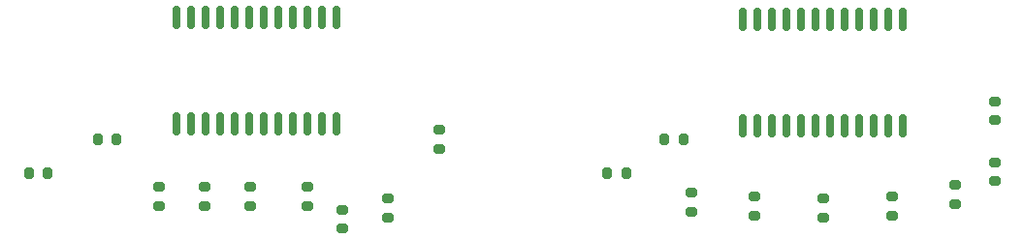
<source format=gbr>
%TF.GenerationSoftware,KiCad,Pcbnew,8.0.8*%
%TF.CreationDate,2025-11-20T00:17:19-08:00*%
%TF.ProjectId,PosturePad,506f7374-7572-4655-9061-642e6b696361,rev?*%
%TF.SameCoordinates,Original*%
%TF.FileFunction,Paste,Top*%
%TF.FilePolarity,Positive*%
%FSLAX46Y46*%
G04 Gerber Fmt 4.6, Leading zero omitted, Abs format (unit mm)*
G04 Created by KiCad (PCBNEW 8.0.8) date 2025-11-20 00:17:19*
%MOMM*%
%LPD*%
G01*
G04 APERTURE LIST*
G04 Aperture macros list*
%AMRoundRect*
0 Rectangle with rounded corners*
0 $1 Rounding radius*
0 $2 $3 $4 $5 $6 $7 $8 $9 X,Y pos of 4 corners*
0 Add a 4 corners polygon primitive as box body*
4,1,4,$2,$3,$4,$5,$6,$7,$8,$9,$2,$3,0*
0 Add four circle primitives for the rounded corners*
1,1,$1+$1,$2,$3*
1,1,$1+$1,$4,$5*
1,1,$1+$1,$6,$7*
1,1,$1+$1,$8,$9*
0 Add four rect primitives between the rounded corners*
20,1,$1+$1,$2,$3,$4,$5,0*
20,1,$1+$1,$4,$5,$6,$7,0*
20,1,$1+$1,$6,$7,$8,$9,0*
20,1,$1+$1,$8,$9,$2,$3,0*%
G04 Aperture macros list end*
%ADD10RoundRect,0.200000X0.275000X-0.200000X0.275000X0.200000X-0.275000X0.200000X-0.275000X-0.200000X0*%
%ADD11RoundRect,0.150000X0.150000X-0.875000X0.150000X0.875000X-0.150000X0.875000X-0.150000X-0.875000X0*%
%ADD12RoundRect,0.200000X-0.200000X-0.275000X0.200000X-0.275000X0.200000X0.275000X-0.200000X0.275000X0*%
%ADD13RoundRect,0.200000X0.200000X0.275000X-0.200000X0.275000X-0.200000X-0.275000X0.200000X-0.275000X0*%
G04 APERTURE END LIST*
D10*
%TO.C,R11*%
X138000000Y-120825000D03*
X138000000Y-119175000D03*
%TD*%
D11*
%TO.C,U1*%
X168960000Y-112800000D03*
X170230000Y-112800000D03*
X171500000Y-112800000D03*
X172770000Y-112800000D03*
X174040000Y-112800000D03*
X175310000Y-112800000D03*
X176580000Y-112800000D03*
X177850000Y-112800000D03*
X179120000Y-112800000D03*
X180390000Y-112800000D03*
X181660000Y-112800000D03*
X182930000Y-112800000D03*
X182930000Y-103500000D03*
X181660000Y-103500000D03*
X180390000Y-103500000D03*
X179120000Y-103500000D03*
X177850000Y-103500000D03*
X176580000Y-103500000D03*
X175310000Y-103500000D03*
X174040000Y-103500000D03*
X172770000Y-103500000D03*
X171500000Y-103500000D03*
X170230000Y-103500000D03*
X168960000Y-103500000D03*
%TD*%
D10*
%TO.C,R13*%
X131000000Y-119825000D03*
X131000000Y-118175000D03*
%TD*%
%TO.C,R14*%
X126000000Y-119825000D03*
X126000000Y-118175000D03*
%TD*%
D12*
%TO.C,R9*%
X157175000Y-117000000D03*
X158825000Y-117000000D03*
%TD*%
D10*
%TO.C,R3*%
X187500000Y-119650000D03*
X187500000Y-118000000D03*
%TD*%
D12*
%TO.C,R18*%
X106675000Y-117000000D03*
X108325000Y-117000000D03*
%TD*%
D13*
%TO.C,R17*%
X114325000Y-114000000D03*
X112675000Y-114000000D03*
%TD*%
D10*
%TO.C,R6*%
X170000000Y-120650000D03*
X170000000Y-119000000D03*
%TD*%
%TO.C,R4*%
X182000000Y-120650000D03*
X182000000Y-119000000D03*
%TD*%
%TO.C,R1*%
X191000000Y-112325000D03*
X191000000Y-110675000D03*
%TD*%
D11*
%TO.C,U2*%
X119515000Y-112650000D03*
X120785000Y-112650000D03*
X122055000Y-112650000D03*
X123325000Y-112650000D03*
X124595000Y-112650000D03*
X125865000Y-112650000D03*
X127135000Y-112650000D03*
X128405000Y-112650000D03*
X129675000Y-112650000D03*
X130945000Y-112650000D03*
X132215000Y-112650000D03*
X133485000Y-112650000D03*
X133485000Y-103350000D03*
X132215000Y-103350000D03*
X130945000Y-103350000D03*
X129675000Y-103350000D03*
X128405000Y-103350000D03*
X127135000Y-103350000D03*
X125865000Y-103350000D03*
X124595000Y-103350000D03*
X123325000Y-103350000D03*
X122055000Y-103350000D03*
X120785000Y-103350000D03*
X119515000Y-103350000D03*
%TD*%
D10*
%TO.C,R12*%
X134000000Y-121825000D03*
X134000000Y-120175000D03*
%TD*%
%TO.C,R2*%
X191000000Y-117650000D03*
X191000000Y-116000000D03*
%TD*%
D13*
%TO.C,R8*%
X163825000Y-114000000D03*
X162175000Y-114000000D03*
%TD*%
D10*
%TO.C,R5*%
X176000000Y-120825000D03*
X176000000Y-119175000D03*
%TD*%
%TO.C,R10*%
X142500000Y-114825000D03*
X142500000Y-113175000D03*
%TD*%
%TO.C,R16*%
X118000000Y-119825000D03*
X118000000Y-118175000D03*
%TD*%
%TO.C,R15*%
X122000000Y-119825000D03*
X122000000Y-118175000D03*
%TD*%
%TO.C,R7*%
X164500000Y-120325000D03*
X164500000Y-118675000D03*
%TD*%
M02*

</source>
